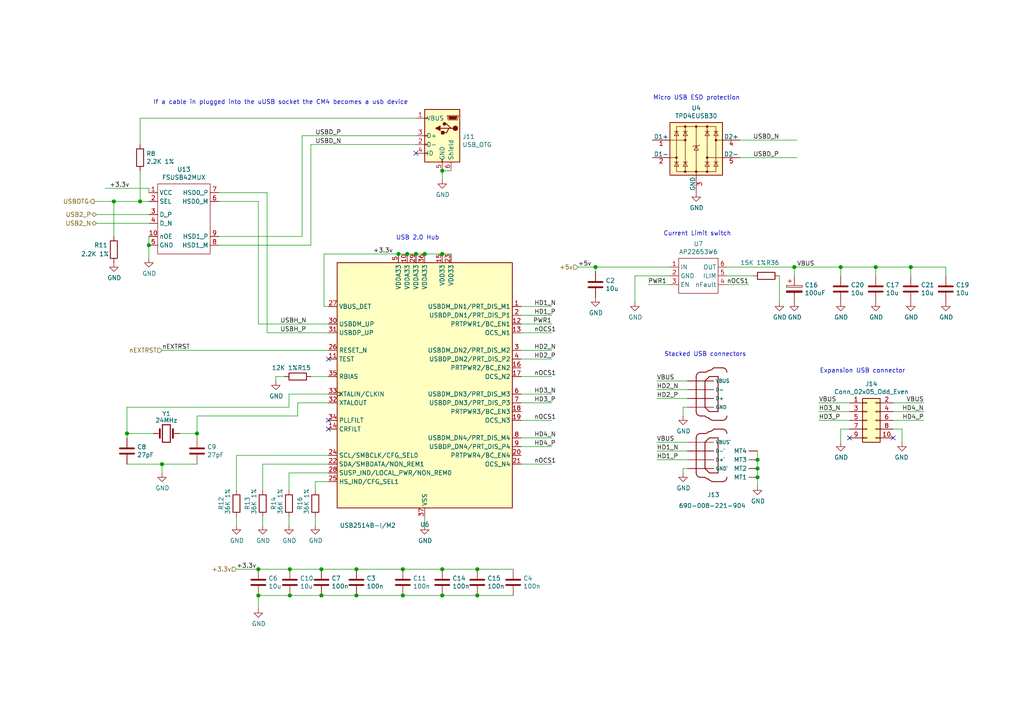
<source format=kicad_sch>
(kicad_sch (version 20211123) (generator eeschema)
  (paper "A4")
  (title_block (title "Compute Module 4 IO Board - USB") (rev "1") (company "(c) Raspberry Pi Trading 2020") (comment 1 "www.raspberrypi.org"))
  (lib_symbols
    (symbol "CM4IO:AP2553W6"
      (property "Reference" "U" (at 3.81 -6.35 0))
      (property "Value" "AP2553W6" (at -3.81 -6.35 0))
      (symbol "AP2553W6_0_0"
        (pin power_in line (at -8.89 2.54 0) (length 2.54) (name "IN") (number "1"))
        (pin power_out line (at -8.89 0 0) (length 2.54) (name "GND") (number "2"))
        (pin input line (at -8.89 -2.54 0) (length 2.54) (name "EN") (number "3"))
        (pin open_collector line (at 7.62 -2.54 180) (length 2.54) (name "nFault") (number "4"))
        (pin passive line (at 7.62 0 180) (length 2.54) (name "ILIM") (number "5"))
        (pin power_out line (at 7.62 2.54 180) (length 2.54) (name "OUT") (number "6"))
      )
    )
    (symbol "CM4IO:FSUSB42MX"
      (property "Reference" "U" (at -7.62 20.32 0))
      (property "Value" "FSUSB42MX" (at -2.54 -2.54 0))
      (symbol "FSUSB42MX_0_0"
        (pin power_in line (at 8.89 16.51 180) (length 2.54) (name "VCC") (number "1"))
        (pin input line (at 8.89 3.81 180) (length 2.54) (name "nOE") (number "10"))
        (pin input line (at 8.89 13.97 180) (length 2.54) (name "SEL") (number "2"))
        (pin bidirectional line (at 8.89 10.16 180) (length 2.54) (name "D_P") (number "3"))
        (pin bidirectional line (at 8.89 7.62 180) (length 2.54) (name "D_N") (number "4"))
        (pin power_in line (at 8.89 1.27 180) (length 2.54) (name "GND") (number "5"))
        (pin bidirectional line (at -11.43 13.97 0) (length 2.54) (name "HSD0_M") (number "6"))
        (pin bidirectional line (at -11.43 16.51 0) (length 2.54) (name "HSD0_P") (number "7"))
        (pin bidirectional line (at -11.43 1.27 0) (length 2.54) (name "HSD1_M") (number "8"))
        (pin bidirectional line (at -11.43 3.81 0) (length 2.54) (name "HSD1_P") (number "9"))
      )
    )
    (symbol "CM4IO:TPD4EUSB30" (pin_names (offset 0))
      (property "Reference" "U" (at -0.635 8.89 0))
      (property "Value" "TPD4EUSB30" (at 8.89 -10.16 0))
      (symbol "TPD4EUSB30_1_1"
        (pin passive line (at -12.7 2.54 0) (length 5.08) (name "D1+") (number "1"))
        (pin passive line (at -12.7 2.54 0) (length 5.08) hide (name "~") (number "10"))
        (pin passive line (at -12.7 -2.54 0) (length 5.08) (name "D1-") (number "2"))
        (pin power_in line (at 0 -12.7 90) (length 5.08) (name "GND") (number "3"))
        (pin passive line (at 12.7 2.54 180) (length 5.08) (name "D2+") (number "4"))
        (pin passive line (at 12.7 -2.54 180) (length 5.08) (name "D2-") (number "5"))
        (pin passive line (at 12.7 -2.54 180) (length 5.08) hide (name "~") (number "6"))
        (pin passive line (at 12.7 2.54 180) (length 5.08) hide (name "~") (number "7"))
        (pin passive line (at 0 -12.7 90) (length 5.08) hide (name "GND") (number "8"))
        (pin passive line (at -12.7 -2.54 0) (length 5.08) hide (name "~") (number "9"))
      )
    )
    (symbol "CM4IO:USB_67298-4090" (pin_numbers hide)
      (property "Reference" "J" (at -5.08 21.6408 0))
      (property "Value" "USB_67298-4090" (at -5.08 -17.8054 0))
      (symbol "USB_67298-4090_0_0"
        (pin power_in line (at -7.62 -2.54 0) (length 7.62) (name "VBUS`") (number "1"))
        (pin passive line (at -7.62 -5.08 0) (length 7.62) (name "D-`") (number "2"))
        (pin passive line (at -7.62 -7.62 0) (length 7.62) (name "D+`") (number "3"))
        (pin power_in line (at -7.62 -10.16 0) (length 7.62) (name "GND`") (number "4"))
        (pin power_in line (at -7.62 15.24 0) (length 7.62) (name "VBUS") (number "5"))
        (pin passive line (at -7.62 12.7 0) (length 7.62) (name "D-") (number "6"))
        (pin passive line (at -7.62 10.16 0) (length 7.62) (name "D+") (number "7"))
        (pin power_in line (at -7.62 7.62 0) (length 7.62) (name "GND") (number "8"))
        (pin passive line (at 12.7 -12.7 180) (length 2.54) (name "MT1") (number "MT1"))
        (pin passive line (at 12.7 -10.16 180) (length 2.54) (name "MT2") (number "MT2"))
        (pin passive line (at 12.7 -7.62 180) (length 2.54) (name "MT3") (number "MT3"))
        (pin passive line (at 12.7 -5.08 180) (length 2.54) (name "MT4") (number "MT4"))
      )
    )
    (symbol "Connector:USB_OTG"
      (property "Reference" "J" (at -5.08 11.43 0))
      (property "Value" "USB_OTG" (at -5.08 8.89 0))
      (symbol "USB_OTG_1_1"
        (pin power_in line (at 7.62 5.08 180) (length 2.54) (name "VBUS") (number "1"))
        (pin passive line (at 7.62 -2.54 180) (length 2.54) (name "D-") (number "2"))
        (pin passive line (at 7.62 0 180) (length 2.54) (name "D+") (number "3"))
        (pin passive line (at 7.62 -5.08 180) (length 2.54) (name "ID") (number "4"))
        (pin power_in line (at 0 -10.16 90) (length 2.54) (name "GND") (number "5"))
        (pin passive line (at -2.54 -10.16 90) (length 2.54) (name "Shield") (number "6"))
      )
    )
    (symbol "Connector_Generic:Conn_02x05_Odd_Even" (pin_names hide)
      (property "Reference" "J" (at 1.27 7.62 0))
      (property "Value" "Conn_02x05_Odd_Even" (at 1.27 -7.62 0))
      (symbol "Conn_02x05_Odd_Even_1_1"
        (pin passive line (at -5.08 5.08 0) (length 3.81) (name "Pin_1") (number "1"))
        (pin passive line (at 7.62 -5.08 180) (length 3.81) (name "Pin_10") (number "10"))
        (pin passive line (at 7.62 5.08 180) (length 3.81) (name "Pin_2") (number "2"))
        (pin passive line (at -5.08 2.54 0) (length 3.81) (name "Pin_3") (number "3"))
        (pin passive line (at 7.62 2.54 180) (length 3.81) (name "Pin_4") (number "4"))
        (pin passive line (at -5.08 0 0) (length 3.81) (name "Pin_5") (number "5"))
        (pin passive line (at 7.62 0 180) (length 3.81) (name "Pin_6") (number "6"))
        (pin passive line (at -5.08 -2.54 0) (length 3.81) (name "Pin_7") (number "7"))
        (pin passive line (at 7.62 -2.54 180) (length 3.81) (name "Pin_8") (number "8"))
        (pin passive line (at -5.08 -5.08 0) (length 3.81) (name "Pin_9") (number "9"))
      )
    )
    (symbol "Device:C" (pin_numbers hide) (pin_names (offset 0.254))
      (property "Reference" "C" (at 0.635 2.54 0))
      (property "Value" "C" (at 0.635 -2.54 0))
      (symbol "C_1_1"
        (pin passive line (at 0 3.81 270) (length 2.794) (name "~") (number "1"))
        (pin passive line (at 0 -3.81 90) (length 2.794) (name "~") (number "2"))
      )
    )
    (symbol "Device:CP" (pin_numbers hide) (pin_names (offset 0.254))
      (property "Reference" "C" (at 0.635 2.54 0))
      (property "Value" "CP" (at 0.635 -2.54 0))
      (symbol "CP_1_1"
        (pin passive line (at 0 3.81 270) (length 2.794) (name "~") (number "1"))
        (pin passive line (at 0 -3.81 90) (length 2.794) (name "~") (number "2"))
      )
    )
    (symbol "Device:Crystal" (pin_numbers hide) (pin_names hide)
      (property "Reference" "Y" (at 0 3.81 0))
      (property "Value" "Crystal" (at 0 -3.81 0))
      (symbol "Crystal_1_1"
        (pin passive line (at -3.81 0 0) (length 1.27) (name "1") (number "1"))
        (pin passive line (at 3.81 0 180) (length 1.27) (name "2") (number "2"))
      )
    )
    (symbol "Device:R" (pin_numbers hide) (pin_names (offset 0))
      (property "Reference" "R" (at 2.032 0 90))
      (property "Value" "R" (at 0 0 90))
      (symbol "R_1_1"
        (pin passive line (at 0 3.81 270) (length 1.27) (name "~") (number "1"))
        (pin passive line (at 0 -3.81 90) (length 1.27) (name "~") (number "2"))
      )
    )
    (symbol "Interface_USB:USB2514B_Bi"
      (property "Reference" "U" (at -17.78 40.64 0))
      (property "Value" "USB2514B_Bi" (at -20.32 38.1 0))
      (symbol "USB2514B_Bi_1_1"
        (pin bidirectional line (at 27.94 22.86 180) (length 2.54) (name "USBDM_DN1/PRT_DIS_M1") (number "1"))
        (pin power_in line (at -5.08 38.1 270) (length 2.54) (name "VDDA33") (number "10"))
        (pin input line (at -27.94 7.62 0) (length 2.54) (name "TEST") (number "11"))
        (pin bidirectional line (at 27.94 17.78 180) (length 2.54) (name "PRTPWR1/BC_EN1") (number "12"))
        (pin input line (at 27.94 15.24 180) (length 2.54) (name "OCS_N1") (number "13"))
        (pin input line (at -27.94 -12.7 0) (length 2.54) (name "CRFILT") (number "14"))
        (pin power_in line (at 5.08 38.1 270) (length 2.54) (name "VDD33") (number "15"))
        (pin bidirectional line (at 27.94 5.08 180) (length 2.54) (name "PRTPWR2/BC_EN2") (number "16"))
        (pin input line (at 27.94 2.54 180) (length 2.54) (name "OCS_N2") (number "17"))
        (pin bidirectional line (at 27.94 -7.62 180) (length 2.54) (name "PRTPWR3/BC_EN3") (number "18"))
        (pin input line (at 27.94 -10.16 180) (length 2.54) (name "OCS_N3") (number "19"))
        (pin bidirectional line (at 27.94 20.32 180) (length 2.54) (name "USBDP_DN1/PRT_DIS_P1") (number "2"))
        (pin bidirectional line (at 27.94 -20.32 180) (length 2.54) (name "PRTPWR4/BC_EN4") (number "20"))
        (pin input line (at 27.94 -22.86 180) (length 2.54) (name "OCS_N4") (number "21"))
        (pin bidirectional line (at -27.94 -22.86 0) (length 2.54) (name "SDA/SMBDATA/NON_REM1") (number "22"))
        (pin power_in line (at 7.62 38.1 270) (length 2.54) (name "VDD33") (number "23"))
        (pin bidirectional line (at -27.94 -20.32 0) (length 2.54) (name "SCL/SMBCLK/CFG_SEL0") (number "24"))
        (pin bidirectional line (at -27.94 -27.94 0) (length 2.54) (name "HS_IND/CFG_SEL1") (number "25"))
        (pin input line (at -27.94 10.16 0) (length 2.54) (name "RESET_N") (number "26"))
        (pin input line (at -27.94 22.86 0) (length 2.54) (name "VBUS_DET") (number "27"))
        (pin bidirectional line (at -27.94 -25.4 0) (length 2.54) (name "SUSP_IND/LOCAL_PWR/NON_REM0") (number "28"))
        (pin power_in line (at -2.54 38.1 270) (length 2.54) (name "VDDA33") (number "29"))
        (pin bidirectional line (at 27.94 10.16 180) (length 2.54) (name "USBDM_DN2/PRT_DIS_M2") (number "3"))
        (pin bidirectional line (at -27.94 17.78 0) (length 2.54) (name "USBDM_UP") (number "30"))
        (pin bidirectional line (at -27.94 15.24 0) (length 2.54) (name "USBDP_UP") (number "31"))
        (pin output line (at -27.94 -5.08 0) (length 2.54) (name "XTALOUT") (number "32"))
        (pin input clock (at -27.94 -2.54 0) (length 2.54) (name "XTALIN/CLKIN") (number "33"))
        (pin input line (at -27.94 -10.16 0) (length 2.54) (name "PLLFILT") (number "34"))
        (pin input line (at -27.94 2.54 0) (length 2.54) (name "RBIAS") (number "35"))
        (pin power_in line (at 0 38.1 270) (length 2.54) (name "VDDA33") (number "36"))
        (pin power_in line (at 0 -38.1 90) (length 2.54) (name "VSS") (number "37"))
        (pin bidirectional line (at 27.94 7.62 180) (length 2.54) (name "USBDP_DN2/PRT_DIS_P2") (number "4"))
        (pin power_in line (at -7.62 38.1 270) (length 2.54) (name "VDDA33") (number "5"))
        (pin bidirectional line (at 27.94 -2.54 180) (length 2.54) (name "USBDM_DN3/PRT_DIS_M3") (number "6"))
        (pin bidirectional line (at 27.94 -5.08 180) (length 2.54) (name "USBDP_DN3/PRT_DIS_P3") (number "7"))
        (pin bidirectional line (at 27.94 -15.24 180) (length 2.54) (name "USBDM_DN4/PRT_DIS_M4") (number "8"))
        (pin bidirectional line (at 27.94 -17.78 180) (length 2.54) (name "USBDP_DN4/PRT_DIS_P4") (number "9"))
      )
    )
    (symbol "power:GND" (power) (pin_names (offset 0))
      (property "Value" "GND" (at 0 -3.81 0))
      (symbol "GND_1_1"
        (pin power_in line (at 0 0 270) (length 0) hide (name "GND") (number "1"))
      )
    )
  )
  (junction (at 103.378 172.72) (diameter 1.016))
  (junction (at 128.27 172.72) (diameter 1.016))
  (junction (at 219.71 135.89) (diameter 1.016))
  (junction (at 84.074 172.72) (diameter 1.016))
  (junction (at 74.93 172.72) (diameter 1.016))
  (junction (at 172.72 77.47) (diameter 1.016))
  (junction (at 36.83 125.73) (diameter 1.016))
  (junction (at 57.15 125.73) (diameter 1.016))
  (junction (at 46.99 134.62) (diameter 1.016))
  (junction (at 128.27 165.1) (diameter 1.016))
  (junction (at 120.65 73.66) (diameter 1.016))
  (junction (at 33.02 58.42) (diameter 1.016))
  (junction (at 123.19 73.66) (diameter 1.016))
  (junction (at 103.378 165.1) (diameter 1.016))
  (junction (at 219.71 138.43) (diameter 1.016))
  (junction (at 116.84 172.72) (diameter 1.016))
  (junction (at 115.57 73.66) (diameter 1.016))
  (junction (at 138.43 172.72) (diameter 1.016))
  (junction (at 93.218 165.1) (diameter 1.016))
  (junction (at 128.27 73.66) (diameter 1.016))
  (junction (at 243.84 77.47) (diameter 1.016))
  (junction (at 74.93 165.1) (diameter 1.016))
  (junction (at 138.43 165.1) (diameter 1.016))
  (junction (at 230.378 77.47) (diameter 1.016))
  (junction (at 254 77.47) (diameter 1.016))
  (junction (at 219.71 133.35) (diameter 1.016))
  (junction (at 128.27 49.53) (diameter 1.016))
  (junction (at 40.64 58.42) (diameter 1.016))
  (junction (at 264.16 77.47) (diameter 1.016))
  (junction (at 118.11 73.66) (diameter 1.016))
  (junction (at 93.218 172.72) (diameter 1.016))
  (junction (at 116.84 165.1) (diameter 1.016))
  (junction (at 43.18 71.12) (diameter 1.016))
  (junction (at 84.074 165.1) (diameter 1.016))
  (no_connect (at 120.65 44.45))
  (no_connect (at 259.08 127))
  (no_connect (at 95.25 104.14))
  (no_connect (at 95.25 121.92))
  (no_connect (at 246.38 127))
  (no_connect (at 95.25 124.46))
  (wire (pts (xy 40.64 34.29) (xy 120.65 34.29)))
  (wire (pts (xy 93.98 73.66) (xy 115.57 73.66)))
  (wire (pts (xy 36.83 125.73) (xy 44.45 125.73)))
  (wire (pts (xy 128.27 172.72) (xy 138.43 172.72)))
  (wire (pts (xy 116.84 165.1) (xy 128.27 165.1)))
  (wire (pts (xy 63.5 68.58) (xy 87.63 68.58)))
  (wire (pts (xy 243.84 80.01) (xy 243.84 77.47)))
  (wire (pts (xy 43.18 58.42) (xy 40.64 58.42)))
  (wire (pts (xy 264.16 77.47) (xy 274.32 77.47)))
  (wire (pts (xy 63.5 71.12) (xy 90.17 71.12)))
  (wire (pts (xy 52.07 125.73) (xy 57.15 125.73)))
  (wire (pts (xy 274.32 80.01) (xy 274.32 77.47)))
  (wire (pts (xy 93.218 165.1) (xy 103.378 165.1)))
  (wire (pts (xy 83.82 149.86) (xy 83.82 152.4)))
  (wire (pts (xy 36.83 127) (xy 36.83 125.73)))
  (wire (pts (xy 199.39 135.89) (xy 198.12 135.89)))
  (wire (pts (xy 115.57 73.66) (xy 118.11 73.66)))
  (wire (pts (xy 95.25 116.84) (xy 86.36 116.84)))
  (wire (pts (xy 259.08 124.46) (xy 261.62 124.46)))
  (wire (pts (xy 151.13 134.62) (xy 160.02 134.62)))
  (wire (pts (xy 190.5 128.27) (xy 199.39 128.27)))
  (wire (pts (xy 43.18 55.88) (xy 43.18 54.61)))
  (wire (pts (xy 172.72 78.74) (xy 172.72 77.47)))
  (wire (pts (xy 33.02 58.42) (xy 33.02 68.58)))
  (wire (pts (xy 128.27 73.66) (xy 130.81 73.66)))
  (wire (pts (xy 68.58 165.1) (xy 74.93 165.1)))
  (wire (pts (xy 151.13 104.14) (xy 160.02 104.14)))
  (wire (pts (xy 198.12 135.89) (xy 198.12 137.16)))
  (wire (pts (xy 210.82 80.01) (xy 218.44 80.01)))
  (wire (pts (xy 57.15 125.73) (xy 57.15 127)))
  (wire (pts (xy 190.5 115.57) (xy 199.39 115.57)))
  (wire (pts (xy 243.84 77.47) (xy 254 77.47)))
  (wire (pts (xy 267.97 121.92) (xy 259.08 121.92)))
  (wire (pts (xy 46.99 134.62) (xy 46.99 137.16)))
  (wire (pts (xy 95.25 93.98) (xy 74.93 93.98)))
  (wire (pts (xy 30.48 54.61) (xy 43.18 54.61)))
  (wire (pts (xy 184.15 80.01) (xy 184.15 87.63)))
  (wire (pts (xy 151.13 127) (xy 160.02 127)))
  (wire (pts (xy 151.13 129.54) (xy 160.02 129.54)))
  (wire (pts (xy 151.13 114.3) (xy 160.02 114.3)))
  (wire (pts (xy 187.96 82.55) (xy 194.31 82.55)))
  (wire (pts (xy 90.17 71.12) (xy 90.17 41.91)))
  (wire (pts (xy 91.44 142.24) (xy 91.44 139.7)))
  (wire (pts (xy 83.82 114.3) (xy 95.25 114.3)))
  (wire (pts (xy 151.13 88.9) (xy 160.02 88.9)))
  (wire (pts (xy 199.39 118.11) (xy 198.12 118.11)))
  (wire (pts (xy 190.5 113.03) (xy 199.39 113.03)))
  (wire (pts (xy 219.71 130.81) (xy 219.71 133.35)))
  (wire (pts (xy 80.01 109.22) (xy 80.01 110.49)))
  (wire (pts (xy 230.378 77.47) (xy 243.84 77.47)))
  (wire (pts (xy 40.64 41.91) (xy 40.64 34.29)))
  (wire (pts (xy 68.58 142.24) (xy 68.58 132.08)))
  (wire (pts (xy 76.2 134.62) (xy 95.25 134.62)))
  (wire (pts (xy 254 77.47) (xy 264.16 77.47)))
  (wire (pts (xy 83.82 142.24) (xy 83.82 137.16)))
  (wire (pts (xy 27.305 58.42) (xy 33.02 58.42)))
  (wire (pts (xy 46.99 134.62) (xy 57.15 134.62)))
  (wire (pts (xy 43.18 68.58) (xy 43.18 71.12)))
  (wire (pts (xy 77.47 55.88) (xy 77.47 96.52)))
  (wire (pts (xy 128.27 49.53) (xy 130.81 49.53)))
  (wire (pts (xy 86.36 116.84) (xy 86.36 120.65)))
  (wire (pts (xy 261.62 124.46) (xy 261.62 128.27)))
  (wire (pts (xy 226.06 80.01) (xy 226.06 87.63)))
  (wire (pts (xy 138.43 172.72) (xy 148.844 172.72)))
  (wire (pts (xy 267.97 116.84) (xy 259.08 116.84)))
  (wire (pts (xy 167.64 77.47) (xy 172.72 77.47)))
  (wire (pts (xy 40.64 49.53) (xy 40.64 58.42)))
  (wire (pts (xy 91.44 139.7) (xy 95.25 139.7)))
  (wire (pts (xy 77.47 96.52) (xy 95.25 96.52)))
  (wire (pts (xy 68.58 132.08) (xy 95.25 132.08)))
  (wire (pts (xy 118.11 73.66) (xy 120.65 73.66)))
  (wire (pts (xy 84.074 172.72) (xy 93.218 172.72)))
  (wire (pts (xy 151.13 116.84) (xy 160.02 116.84)))
  (wire (pts (xy 82.55 109.22) (xy 80.01 109.22)))
  (wire (pts (xy 219.71 133.35) (xy 219.71 135.89)))
  (wire (pts (xy 40.64 58.42) (xy 33.02 58.42)))
  (wire (pts (xy 83.82 114.3) (xy 83.82 118.11)))
  (wire (pts (xy 151.13 101.6) (xy 160.02 101.6)))
  (wire (pts (xy 95.25 88.9) (xy 93.98 88.9)))
  (wire (pts (xy 90.17 41.91) (xy 120.65 41.91)))
  (wire (pts (xy 83.82 118.11) (xy 36.83 118.11)))
  (wire (pts (xy 219.71 135.89) (xy 219.71 138.43)))
  (wire (pts (xy 36.83 118.11) (xy 36.83 125.73)))
  (wire (pts (xy 214.63 45.72) (xy 231.14 45.72)))
  (wire (pts (xy 243.84 124.46) (xy 246.38 124.46)))
  (wire (pts (xy 198.12 118.11) (xy 198.12 120.65)))
  (wire (pts (xy 83.82 137.16) (xy 95.25 137.16)))
  (wire (pts (xy 74.93 172.72) (xy 84.074 172.72)))
  (wire (pts (xy 123.19 73.66) (xy 128.27 73.66)))
  (wire (pts (xy 151.13 93.98) (xy 160.02 93.98)))
  (wire (pts (xy 116.84 172.72) (xy 128.27 172.72)))
  (wire (pts (xy 103.378 165.1) (xy 116.84 165.1)))
  (wire (pts (xy 63.5 58.42) (xy 74.93 58.42)))
  (wire (pts (xy 128.27 52.07) (xy 128.27 49.53)))
  (wire (pts (xy 138.43 165.1) (xy 148.844 165.1)))
  (wire (pts (xy 84.074 165.1) (xy 93.218 165.1)))
  (wire (pts (xy 36.83 134.62) (xy 46.99 134.62)))
  (wire (pts (xy 230.378 77.47) (xy 230.378 80.01)))
  (wire (pts (xy 76.2 149.86) (xy 76.2 152.4)))
  (wire (pts (xy 93.98 88.9) (xy 93.98 73.66)))
  (wire (pts (xy 76.2 142.24) (xy 76.2 134.62)))
  (wire (pts (xy 63.5 55.88) (xy 77.47 55.88)))
  (wire (pts (xy 264.16 77.47) (xy 264.16 80.01)))
  (wire (pts (xy 190.5 110.49) (xy 199.39 110.49)))
  (wire (pts (xy 172.72 77.47) (xy 194.31 77.47)))
  (wire (pts (xy 27.94 62.23) (xy 43.18 62.23)))
  (wire (pts (xy 90.17 109.22) (xy 95.25 109.22)))
  (wire (pts (xy 237.49 119.38) (xy 246.38 119.38)))
  (wire (pts (xy 68.58 149.86) (xy 68.58 152.4)))
  (wire (pts (xy 87.63 68.58) (xy 87.63 39.37)))
  (wire (pts (xy 74.93 176.53) (xy 74.93 172.72)))
  (wire (pts (xy 46.99 101.6) (xy 95.25 101.6)))
  (wire (pts (xy 87.63 39.37) (xy 120.65 39.37)))
  (wire (pts (xy 123.19 149.86) (xy 123.19 152.4)))
  (wire (pts (xy 237.49 121.92) (xy 246.38 121.92)))
  (wire (pts (xy 194.31 80.01) (xy 184.15 80.01)))
  (wire (pts (xy 151.13 109.22) (xy 160.02 109.22)))
  (wire (pts (xy 219.71 138.43) (xy 219.71 140.97)))
  (wire (pts (xy 103.378 172.72) (xy 116.84 172.72)))
  (wire (pts (xy 27.94 64.77) (xy 43.18 64.77)))
  (wire (pts (xy 151.13 96.52) (xy 160.02 96.52)))
  (wire (pts (xy 190.5 130.81) (xy 199.39 130.81)))
  (wire (pts (xy 74.93 165.1) (xy 84.074 165.1)))
  (wire (pts (xy 43.18 71.12) (xy 43.18 74.93)))
  (wire (pts (xy 237.49 116.84) (xy 246.38 116.84)))
  (wire (pts (xy 210.82 77.47) (xy 230.378 77.47)))
  (wire (pts (xy 151.13 121.92) (xy 160.02 121.92)))
  (wire (pts (xy 91.44 149.86) (xy 91.44 152.4)))
  (wire (pts (xy 267.97 119.38) (xy 259.08 119.38)))
  (wire (pts (xy 243.84 124.46) (xy 243.84 128.27)))
  (wire (pts (xy 120.65 73.66) (xy 123.19 73.66)))
  (wire (pts (xy 214.63 40.64) (xy 231.14 40.64)))
  (wire (pts (xy 74.93 58.42) (xy 74.93 93.98)))
  (wire (pts (xy 151.13 91.44) (xy 160.02 91.44)))
  (wire (pts (xy 128.27 165.1) (xy 138.43 165.1)))
  (wire (pts (xy 57.15 120.65) (xy 57.15 125.73)))
  (wire (pts (xy 190.5 133.35) (xy 199.39 133.35)))
  (wire (pts (xy 93.218 172.72) (xy 103.378 172.72)))
  (wire (pts (xy 254 77.47) (xy 254 80.01)))
  (wire (pts (xy 210.82 82.55) (xy 217.17 82.55)))
  (wire (pts (xy 86.36 120.65) (xy 57.15 120.65)))
  (text "USB 2.0 Hub" (at 127.4318 69.7992 180) (effects (font (size 1.27 1.27)) (justify right bottom)))
  (text "If a cable in plugged into the uUSB socket the CM4 becomes a usb device" (at 44.45 30.48 0) (effects (font (size 1.27 1.27)) (justify left bottom)))
  (text "Current Limit switch" (at 212.09 68.58 180) (effects (font (size 1.27 1.27)) (justify right bottom)))
  (text "Micro USB ESD protection" (at 214.63 29.21 180) (effects (font (size 1.27 1.27)) (justify right bottom)))
  (text "Expansion USB connector" (at 262.6106 108.3818 180) (effects (font (size 1.27 1.27)) (justify right bottom)))
  (text "Stacked USB connectors" (at 216.4588 103.5812 180) (effects (font (size 1.27 1.27)) (justify right bottom)))
  (label "nOCS1" (at 154.94 121.92 0))
  (label "VBUS" (at 237.49 116.84 0))
  (label "HD4_N" (at 154.94 127 0))
  (label "nOCS1" (at 154.94 109.22 0))
  (label "nOCS1" (at 154.94 96.52 0))
  (label "nEXTRST" (at 46.99 101.6 0))
  (label "+3.3v" (at 68.58 165.1 0))
  (label "USBD_N" (at 91.44 41.91 0))
  (label "USBD_P" (at 91.44 39.37 0))
  (label "HD4_P" (at 267.97 121.92 180))
  (label "HD2_N" (at 190.5 113.03 0))
  (label "USBH_P" (at 81.28 96.52 0))
  (label "HD4_P" (at 154.94 129.54 0))
  (label "USBD_N" (at 218.44 40.64 0))
  (label "HD3_N" (at 154.94 114.3 0))
  (label "+3.3v" (at 31.75 54.61 0))
  (label "HD3_P" (at 154.94 116.84 0))
  (label "HD1_N" (at 190.5 130.81 0))
  (label "nOCS1" (at 210.82 82.55 0))
  (label "+5v" (at 167.64 77.47 0))
  (label "HD3_P" (at 237.49 121.92 0))
  (label "PWR1" (at 187.96 82.55 0))
  (label "HD2_P" (at 154.94 104.14 0))
  (label "USBD_P" (at 218.44 45.72 0))
  (label "HD1_N" (at 154.94 88.9 0))
  (label "HD1_P" (at 154.94 91.44 0))
  (label "PWR1" (at 160.02 93.98 180))
  (label "VBUS" (at 190.5 128.27 0))
  (label "HD2_N" (at 154.94 101.6 0))
  (label "VBUS" (at 190.5 110.49 0))
  (label "HD2_P" (at 190.5 115.57 0))
  (label "VBUS" (at 231.14 77.47 0))
  (label "nOCS1" (at 154.94 134.62 0))
  (label "HD4_N" (at 267.97 119.38 180))
  (label "VBUS" (at 267.97 116.84 180))
  (label "HD3_N" (at 237.49 119.38 0))
  (label "USBH_N" (at 81.28 93.98 0))
  (label "HD1_P" (at 190.5 133.35 0))
  (label "+3.3v" (at 108.204 73.66 0))
  (hierarchical_label "nEXTRST" (shape input) (at 46.99 101.6 180))
  (hierarchical_label "+5v" (shape input) (at 167.64 77.47 180))
  (hierarchical_label "+3.3v" (shape input) (at 68.58 165.1 180))
  (hierarchical_label "USB2_P" (shape bidirectional) (at 27.94 62.23 180))
  (hierarchical_label "USB2_N" (shape bidirectional) (at 27.94 64.77 180))
  (hierarchical_label "USBOTG" (shape output) (at 27.305 58.42 180))
  (symbol (lib_id "CM4IO:USB_67298-4090") (at 207.01 125.73 0) (unit 1)
    (property "Reference" "J13" (at 205.105 143.51 0) (effects (justify left)))
    (property "Value" "690-008-221-904" (at 196.85 146.685 0) (effects (justify left)))
    (property "Footprint" "CM4IO:MOLEX_USB_67298-4090" (effects hide))
    (property "Datasheet" "https://www.molex.com/pdm_docs/sd/672984090_sd.pdf" (effects hide))
    (property "Field4" "Farnell" (effects hide))
    (property "Field5" "	2751688" (effects hide))
    (property "Field6" "690-008-221-904" (effects hide))
    (property "Field7" "EDAC" (effects hide))
    (property "Field8" "UCON00727" (effects hide))
    (property "Part Description" "USB-A (USB TYPE-A), Stacked Receptacle Connector 8 Position Through Hole, Right Angle" (effects hide))
  )
  (symbol (lib_id "power:GND") (at 243.84 128.27 0) (unit 1)
    (property "Reference" "#PWR025" (effects hide))
    (property "Value" "GND" (at 243.967 132.6642 0))
  )
  (symbol (lib_id "power:GND") (at 261.62 128.27 0) (mirror y) (unit 1)
    (property "Reference" "#PWR026" (effects hide))
    (property "Value" "GND" (at 261.493 132.6642 0))
  )
  (symbol (lib_id "Connector_Generic:Conn_02x05_Odd_Even") (at 251.46 121.92 0) (unit 1)
    (property "Reference" "J14" (at 252.73 111.3282 0))
    (property "Value" "Conn_02x05_Odd_Even" (at 252.73 113.6396 0))
    (property "Footprint" "Connector_PinHeader_2.54mm:PinHeader_2x05_P2.54mm_Vertical" (effects hide))
    (property "Datasheet" "https://www.toby.co.uk/uploads/publications/1673.pdf" (effects hide))
    (property "Field4" "Toby" (effects hide))
    (property "Field5" "THD-05-R" (effects hide))
    (property "Field6" "THD-05-R" (effects hide))
    (property "Field7" "Toby" (effects hide))
    (property "Part Description" "PinHeader_2x05_P2.54mm_Vertical" (effects hide))
  )
  (symbol (lib_id "Connector:USB_OTG") (at 128.27 39.37 0) (mirror y) (unit 1)
    (property "Reference" "J11" (at 134.112 39.6494 0) (effects (justify right)))
    (property "Value" "USB_OTG" (at 134.112 41.9608 0) (effects (justify right)))
    (property "Footprint" "CM4IO:USB_Micro-B_EDAC_UCON00686" (effects hide))
    (property "Datasheet" "https://cdn.amphenol-icc.com/media/wysiwyg/files/documentation/datasheet/inputoutput/io_usb_micro.pd" (effects hide))
    (property "Field4" "Digikey" (effects hide))
    (property "Field5" "609-4050-2-ND" (effects hide))
    (property "Field6" "690-005-298-486" (effects hide))
    (property "Field7" "EDAC" (effects hide))
    (property "Part Description" "USB - micro B USB 2.0 Receptacle Connector 5 Position Surface Mount, Right Angle; Through Hole" (effects hide))
    (property "Field8" "UCON00686" (effects hide))
  )
  (symbol (lib_id "Device:R") (at 40.64 45.72 0) (unit 1)
    (property "Reference" "R8" (at 42.418 44.5516 0) (effects (justify left)))
    (property "Value" "2.2K 1%" (at 42.418 46.863 0) (effects (justify left)))
    (property "Footprint" "Resistor_SMD:R_0402_1005Metric" (effects hide))
    (property "Datasheet" "https://fscdn.rohm.com/en/products/databook/datasheet/passive/resistor/chip_resistor/mcr-e.pdf" (effects hide))
    (property "Field4" "Farnell" (effects hide))
    (property "Field5" "9239278" (effects hide))
    (property "Field7" "KOA EUROPE GMBH" (effects hide))
    (property "Field6" "RK73G1ETQTP2201D         " (effects hide))
    (property "Part Description" "Resistor 2.2K M1005 1% 63mW" (effects hide))
    (property "Field8" "120889581" (effects hide))
  )
  (symbol (lib_id "power:GND") (at 172.72 86.36 0) (unit 1)
    (property "Reference" "#PWR017" (effects hide))
    (property "Value" "GND" (at 172.847 90.7542 0))
  )
  (symbol (lib_id "Device:C") (at 243.84 83.82 0) (unit 1)
    (property "Reference" "C20" (at 246.761 82.6516 0) (effects (justify left)))
    (property "Value" "10u" (at 246.761 84.963 0) (effects (justify left)))
    (property "Footprint" "Capacitor_SMD:C_0805_2012Metric" (effects hide))
    (property "Datasheet" "https://search.murata.co.jp/Ceramy/image/img/A01X/G101/ENG/GRM21BR71A106KA73-01.pdf" (effects hide))
    (property "Field5" "490-14381-1-ND" (effects hide))
    (property "Field4" "Digikey" (effects hide))
    (property "Field6" "GRM21BR71A106KA73L" (effects hide))
    (property "Field7" "Murata" (effects hide))
    (property "Part Description" "	10uF 10% 10V Ceramic Capacitor X7R 0805 (2012 Metric)" (effects hide))
    (property "Field8" "111893011" (effects hide))
  )
  (symbol (lib_id "power:GND") (at 243.84 87.63 0) (unit 1)
    (property "Reference" "#PWR021" (effects hide))
    (property "Value" "GND" (at 243.967 92.0242 0))
  )
  (symbol (lib_id "Device:C") (at 254 83.82 0) (unit 1)
    (property "Reference" "C17" (at 256.921 82.6516 0) (effects (justify left)))
    (property "Value" "10u" (at 256.921 84.963 0) (effects (justify left)))
    (property "Footprint" "Capacitor_SMD:C_0805_2012Metric" (effects hide))
    (property "Datasheet" "https://search.murata.co.jp/Ceramy/image/img/A01X/G101/ENG/GRM21BR71A106KA73-01.pdf" (effects hide))
    (property "Field5" "490-14381-1-ND" (effects hide))
    (property "Field4" "Digikey" (effects hide))
    (property "Field6" "GRM21BR71A106KA73L" (effects hide))
    (property "Field7" "Murata" (effects hide))
    (property "Part Description" "	10uF 10% 10V Ceramic Capacitor X7R 0805 (2012 Metric)" (effects hide))
    (property "Field8" "111893011" (effects hide))
  )
  (symbol (lib_id "power:GND") (at 254 87.63 0) (unit 1)
    (property "Reference" "#PWR018" (effects hide))
    (property "Value" "GND" (at 254.127 92.0242 0))
  )
  (symbol (lib_id "Device:C") (at 264.16 83.82 0) (unit 1)
    (property "Reference" "C21" (at 267.081 82.6516 0) (effects (justify left)))
    (property "Value" "10u" (at 267.081 84.963 0) (effects (justify left)))
    (property "Footprint" "Capacitor_SMD:C_0805_2012Metric" (effects hide))
    (property "Datasheet" "https://search.murata.co.jp/Ceramy/image/img/A01X/G101/ENG/GRM21BR71A106KA73-01.pdf" (effects hide))
    (property "Field5" "490-14381-1-ND" (effects hide))
    (property "Field4" "Digikey" (effects hide))
    (property "Field6" "GRM21BR71A106KA73L" (effects hide))
    (property "Field7" "Murata" (effects hide))
    (property "Part Description" "	10uF 10% 10V Ceramic Capacitor X7R 0805 (2012 Metric)" (effects hide))
    (property "Field8" "111893011" (effects hide))
  )
  (symbol (lib_id "Device:C") (at 274.32 83.82 0) (unit 1)
    (property "Reference" "C19" (at 277.241 82.6516 0) (effects (justify left)))
    (property "Value" "10u" (at 277.241 84.963 0) (effects (justify left)))
    (property "Footprint" "Capacitor_SMD:C_0805_2012Metric" (effects hide))
    (property "Datasheet" "https://search.murata.co.jp/Ceramy/image/img/A01X/G101/ENG/GRM21BR71A106KA73-01.pdf" (effects hide))
    (property "Field5" "490-14381-1-ND" (effects hide))
    (property "Field4" "Digikey" (effects hide))
    (property "Field6" "GRM21BR71A106KA73L" (effects hide))
    (property "Field7" "Murata" (effects hide))
    (property "Part Description" "	10uF 10% 10V Ceramic Capacitor X7R 0805 (2012 Metric)" (effects hide))
    (property "Field8" "111893011" (effects hide))
  )
  (symbol (lib_id "power:GND") (at 198.12 120.65 0) (unit 1)
    (property "Reference" "#PWR023" (effects hide))
    (property "Value" "GND" (at 198.247 125.0442 0))
  )
  (symbol (lib_id "power:GND") (at 198.12 137.16 0) (unit 1)
    (property "Reference" "#PWR024" (effects hide))
    (property "Value" "GND" (at 198.247 141.5542 0))
  )
  (symbol (lib_id "Device:R") (at 33.02 72.39 0) (unit 1)
    (property "Reference" "R11" (at 27.305 71.12 0) (effects (justify left)))
    (property "Value" "2.2K 1%" (at 23.495 73.66 0) (effects (justify left)))
    (property "Footprint" "Resistor_SMD:R_0402_1005Metric" (effects hide))
    (property "Datasheet" "https://fscdn.rohm.com/en/products/databook/datasheet/passive/resistor/chip_resistor/mcr-e.pdf" (effects hide))
    (property "Field4" "Farnell" (effects hide))
    (property "Field5" "9239278" (effects hide))
    (property "Field7" "KOA EUROPE GMBH" (effects hide))
    (property "Field6" "RK73G1ETQTP2201D         " (effects hide))
    (property "Part Description" "Resistor 2.2K M1005 1% 63mW" (effects hide))
    (property "Field8" "120889581" (effects hide))
  )
  (symbol (lib_id "CM4IO:AP2553W6") (at 203.2 80.01 0) (unit 1)
    (property "Reference" "U7" (at 202.565 70.739 0))
    (property "Value" "AP22653W6" (at 202.565 73.0504 0))
    (property "Footprint" "Package_TO_SOT_SMD:SOT-23-6" (effects hide))
    (property "Datasheet" "https://www.diodes.com/assets/Datasheets/AP255x.pdf" (effects hide))
    (property "Field4" "Digikey" (effects hide))
    (property "Field5" "	31-AP22653W6-7CT-ND" (effects hide))
    (property "Field6" "AP22653W6" (effects hide))
    (property "Field7" "Diodes" (effects hide))
    (property "Part Description" "	Power Switch/Driver 1:1 P-Channel 2.1A SOT-23-6" (effects hide))
  )
  (symbol (lib_id "Interface_USB:USB2514B_Bi") (at 123.19 111.76 0) (unit 1)
    (property "Reference" "U6" (at 123.19 152.1206 0))
    (property "Value" "USB2514B-I/M2" (at 106.68 152.4 0))
    (property "Footprint" "Package_DFN_QFN:QFN-36-1EP_6x6mm_P0.5mm_EP3.7x3.7mm" (effects hide))
    (property "Datasheet" "http://ww1.microchip.com/downloads/en/DeviceDoc/00001692C.pdf" (effects hide))
    (property "Field4" "Farnell" (effects hide))
    (property "Field5" "2775060" (effects hide))
    (property "Field6" "USB2514B-I/M2" (effects hide))
    (property "Field7" "Microchip" (effects hide))
    (property "Part Description" "	USB Hub Controller USB Interface 36-SQFN (6x6)" (effects hide))
    (property "Field8" "UICC00931" (effects hide))
  )
  (symbol (lib_id "power:GND") (at 80.01 110.49 0) (unit 1)
    (property "Reference" "#PWR010" (effects hide))
    (property "Value" "GND" (at 80.137 114.8842 0))
  )
  (symbol (lib_id "power:GND") (at 184.15 87.63 0) (unit 1)
    (property "Reference" "#PWR014" (effects hide))
    (property "Value" "GND" (at 184.277 92.0242 0))
  )
  (symbol (lib_id "Device:R") (at 83.82 146.05 0) (unit 1)
    (property "Reference" "R14" (at 79.375 147.955 90) (effects (justify left)))
    (property "Value" "36K 1%" (at 81.28 149.225 90) (effects (justify left)))
    (property "Footprint" "Resistor_SMD:R_0402_1005Metric" (effects hide))
    (property "Datasheet" "https://fscdn.rohm.com/en/products/databook/datasheet/passive/resistor/chip_resistor/mcr-e.pdf" (effects hide))
    (property "Field4" "Farnell" (effects hide))
    (property "Field5" "1458788" (effects hide))
    (property "Field7" "Rohm" (effects hide))
    (property "Field6" "MCR01MZPF3602" (effects hide))
    (property "Part Description" "Resistor 36K M1005 1% 63mW" (effects hide))
  )
  (symbol (lib_id "Device:R") (at 76.2 146.05 0) (unit 1)
    (property "Reference" "R13" (at 71.755 147.955 90) (effects (justify left)))
    (property "Value" "36K 1%" (at 73.66 149.225 90) (effects (justify left)))
    (property "Footprint" "Resistor_SMD:R_0402_1005Metric" (effects hide))
    (property "Datasheet" "https://fscdn.rohm.com/en/products/databook/datasheet/passive/resistor/chip_resistor/mcr-e.pdf" (effects hide))
    (property "Field4" "Farnell" (effects hide))
    (property "Field5" "1458788" (effects hide))
    (property "Field7" "Rohm" (effects hide))
    (property "Field6" "MCR01MZPF3602" (effects hide))
    (property "Part Description" "Resistor 36K M1005 1% 63mW" (effects hide))
  )
  (symbol (lib_id "Device:R") (at 68.58 146.05 0) (unit 1)
    (property "Reference" "R12" (at 64.135 147.955 90) (effects (justify left)))
    (property "Value" "36K 1%" (at 66.04 149.225 90) (effects (justify left)))
    (property "Footprint" "Resistor_SMD:R_0402_1005Metric" (effects hide))
    (property "Datasheet" "https://fscdn.rohm.com/en/products/databook/datasheet/passive/resistor/chip_resistor/mcr-e.pdf" (effects hide))
    (property "Field4" "Farnell" (effects hide))
    (property "Field5" "1458788" (effects hide))
    (property "Field7" "Rohm" (effects hide))
    (property "Field6" "MCR01MZPF3602" (effects hide))
    (property "Part Description" "Resistor 36K M1005 1% 63mW" (effects hide))
  )
  (symbol (lib_id "power:GND") (at 68.58 152.4 0) (unit 1)
    (property "Reference" "#PWR08" (effects hide))
    (property "Value" "GND" (at 68.707 156.7942 0))
  )
  (symbol (lib_id "power:GND") (at 76.2 152.4 0) (unit 1)
    (property "Reference" "#PWR09" (effects hide))
    (property "Value" "GND" (at 76.327 156.7942 0))
  )
  (symbol (lib_id "power:GND") (at 83.82 152.4 0) (unit 1)
    (property "Reference" "#PWR011" (effects hide))
    (property "Value" "GND" (at 83.947 156.7942 0))
  )
  (symbol (lib_id "power:GND") (at 91.44 152.4 0) (unit 1)
    (property "Reference" "#PWR012" (effects hide))
    (property "Value" "GND" (at 91.567 156.7942 0))
  )
  (symbol (lib_id "Device:R") (at 222.25 80.01 90) (unit 1)
    (property "Reference" "R36" (at 226.06 76.2 90) (effects (justify left)))
    (property "Value" "15K 1%" (at 222.25 76.2 90) (effects (justify left)))
    (property "Footprint" "Resistor_SMD:R_0402_1005Metric" (effects hide))
    (property "Datasheet" "https://fscdn.rohm.com/en/products/databook/datasheet/passive/resistor/chip_resistor/mcr-e.pdf" (effects hide))
    (property "Field4" "Farnell" (effects hide))
    (property "Field5" "9239375" (effects hide))
    (property "Field6" "MCR01MZPF1502" (effects hide))
    (property "Field7" "Rohm" (effects hide))
    (property "Part Description" "Resistor 15K M1005 1% 63mW" (effects hide))
    (property "Field8" "120891581" (effects hide))
  )
  (symbol (lib_id "power:GND") (at 226.06 87.63 0) (unit 1)
    (property "Reference" "#PWR019" (effects hide))
    (property "Value" "GND" (at 226.187 92.0242 0))
  )
  (symbol (lib_id "power:GND") (at 264.16 87.63 0) (unit 1)
    (property "Reference" "#PWR049" (effects hide))
    (property "Value" "GND" (at 264.287 92.0242 0))
  )
  (symbol (lib_id "power:GND") (at 274.32 87.63 0) (unit 1)
    (property "Reference" "#PWR050" (effects hide))
    (property "Value" "GND" (at 274.447 92.0242 0))
  )
  (symbol (lib_id "power:GND") (at 219.71 140.97 0) (unit 1)
    (property "Reference" "#PWR0114" (effects hide))
    (property "Value" "GND" (at 219.837 145.3642 0))
  )
  (symbol (lib_id "power:GND") (at 128.27 52.07 0) (unit 1)
    (property "Reference" "#PWR013" (effects hide))
    (property "Value" "GND" (at 128.397 56.4642 0))
  )
  (symbol (lib_id "CM4IO:FSUSB42MX") (at 52.07 72.39 0) (mirror y) (unit 1)
    (property "Reference" "U13" (at 53.34 49.149 0))
    (property "Value" "FSUSB42MUX" (at 53.34 51.4604 0))
    (property "Footprint" "Package_SO:MSOP-10_3x3mm_P0.5mm" (effects hide))
    (property "Datasheet" "https://www.onsemi.com/pub/Collateral/FSUSB42-D.PDF" (effects hide))
    (property "Field4" "Farnell" (effects hide))
    (property "Field5" "2564479" (effects hide))
    (property "Field6" "FSUSB42MUX" (effects hide))
    (property "Field7" "Onsemi" (effects hide))
    (property "Part Description" "USB Switch IC 1 Channel 10-MSOP" (effects hide))
  )
  (symbol (lib_id "power:GND") (at 123.19 152.4 0) (unit 1)
    (property "Reference" "#PWR0142" (effects hide))
    (property "Value" "GND" (at 123.317 156.7942 0))
  )
  (symbol (lib_id "power:GND") (at 43.18 74.93 0) (unit 1)
    (property "Reference" "#PWR0143" (effects hide))
    (property "Value" "GND" (at 43.307 79.3242 0))
  )
  (symbol (lib_id "power:GND") (at 33.02 76.2 0) (unit 1)
    (property "Reference" "#PWR0144" (effects hide))
    (property "Value" "GND" (at 33.147 80.5942 0))
  )
  (symbol (lib_id "Device:R") (at 86.36 109.22 90) (unit 1)
    (property "Reference" "R15" (at 90.17 106.68 90) (effects (justify left)))
    (property "Value" "12K 1%" (at 86.36 106.68 90) (effects (justify left)))
    (property "Footprint" "Resistor_SMD:R_0402_1005Metric" (effects hide))
    (property "Datasheet" "https://fscdn.rohm.com/en/products/databook/datasheet/passive/resistor/chip_resistor/mcr-e.pdf" (effects hide))
    (property "Field4" "Farnell" (effects hide))
    (property "Field5" "9239367" (effects hide))
    (property "Field7" "Rohm" (effects hide))
    (property "Field6" "MCR01MZPF1202" (effects hide))
    (property "Part Description" "Resistor 12K M1005 1% 63mW" (effects hide))
  )
  (symbol (lib_id "Device:R") (at 91.44 146.05 0) (unit 1)
    (property "Reference" "R16" (at 86.995 147.955 90) (effects (justify left)))
    (property "Value" "36K 1%" (at 88.9 149.225 90) (effects (justify left)))
    (property "Footprint" "Resistor_SMD:R_0402_1005Metric" (effects hide))
    (property "Datasheet" "https://fscdn.rohm.com/en/products/databook/datasheet/passive/resistor/chip_resistor/mcr-e.pdf" (effects hide))
    (property "Field4" "Farnell" (effects hide))
    (property "Field5" "1458788" (effects hide))
    (property "Field7" "Rohm" (effects hide))
    (property "Field6" "MCR01MZPF3602" (effects hide))
    (property "Part Description" "Resistor 36K M1005 1% 63mW" (effects hide))
  )
  (symbol (lib_id "Device:C") (at 116.84 168.91 0) (unit 1)
    (property "Reference" "C11" (at 119.761 167.7416 0) (effects (justify left)))
    (property "Value" "100n" (at 119.761 170.053 0) (effects (justify left)))
    (property "Footprint" "Capacitor_SMD:C_0402_1005Metric" (effects hide))
    (property "Datasheet" "https://search.murata.co.jp/Ceramy/image/img/A01X/G101/ENG/GRM155R71C104KA88-01.pdf" (effects hide))
    (property "Field4" "Farnell" (effects hide))
    (property "Field5" "2611911" (effects hide))
    (property "Field6" "RM EMK105 B7104KV-F" (effects hide))
    (property "Field7" "TAIYO YUDEN EUROPE GMBH" (effects hide))
    (property "Part Description" "	0.1uF 10% 16V Ceramic Capacitor X7R 0402 (1005 Metric)" (effects hide))
    (property "Field8" "110091611" (effects hide))
  )
  (symbol (lib_id "Device:C") (at 128.27 168.91 0) (unit 1)
    (property "Reference" "C14" (at 131.191 167.7416 0) (effects (justify left)))
    (property "Value" "100n" (at 131.191 170.053 0) (effects (justify left)))
    (property "Footprint" "Capacitor_SMD:C_0402_1005Metric" (effects hide))
    (property "Datasheet" "https://search.murata.co.jp/Ceramy/image/img/A01X/G101/ENG/GRM155R71C104KA88-01.pdf" (effects hide))
    (property "Field4" "Farnell" (effects hide))
    (property "Field5" "2611911" (effects hide))
    (property "Field6" "RM EMK105 B7104KV-F" (effects hide))
    (property "Field7" "TAIYO YUDEN EUROPE GMBH" (effects hide))
    (property "Part Description" "	0.1uF 10% 16V Ceramic Capacitor X7R 0402 (1005 Metric)" (effects hide))
    (property "Field8" "110091611" (effects hide))
  )
  (symbol (lib_id "Device:C") (at 138.43 168.91 0) (unit 1)
    (property "Reference" "C15" (at 141.351 167.7416 0) (effects (justify left)))
    (property "Value" "100n" (at 141.351 170.053 0) (effects (justify left)))
    (property "Footprint" "Capacitor_SMD:C_0402_1005Metric" (effects hide))
    (property "Datasheet" "https://search.murata.co.jp/Ceramy/image/img/A01X/G101/ENG/GRM155R71C104KA88-01.pdf" (effects hide))
    (property "Field4" "Farnell" (effects hide))
    (property "Field5" "2611911" (effects hide))
    (property "Field6" "RM EMK105 B7104KV-F" (effects hide))
    (property "Field7" "TAIYO YUDEN EUROPE GMBH" (effects hide))
    (property "Part Description" "	0.1uF 10% 16V Ceramic Capacitor X7R 0402 (1005 Metric)" (effects hide))
    (property "Field8" "110091611" (effects hide))
  )
  (symbol (lib_id "Device:C") (at 93.218 168.91 0) (unit 1)
    (property "Reference" "C7" (at 96.139 167.7416 0) (effects (justify left)))
    (property "Value" "100n" (at 96.139 170.053 0) (effects (justify left)))
    (property "Footprint" "Capacitor_SMD:C_0402_1005Metric" (effects hide))
    (property "Datasheet" "https://search.murata.co.jp/Ceramy/image/img/A01X/G101/ENG/GRM155R71C104KA88-01.pdf" (effects hide))
    (property "Field4" "Farnell" (effects hide))
    (property "Field5" "2611911" (effects hide))
    (property "Field6" "RM EMK105 B7104KV-F" (effects hide))
    (property "Field7" "TAIYO YUDEN EUROPE GMBH" (effects hide))
    (property "Part Description" "	0.1uF 10% 16V Ceramic Capacitor X7R 0402 (1005 Metric)" (effects hide))
    (property "Field8" "110091611" (effects hide))
  )
  (symbol (lib_id "power:GND") (at 74.93 176.53 0) (unit 1)
    (property "Reference" "#PWR06" (effects hide))
    (property "Value" "GND" (at 75.057 180.9242 0))
  )
  (symbol (lib_id "Device:C") (at 74.93 168.91 0) (unit 1)
    (property "Reference" "C6" (at 77.851 167.7416 0) (effects (justify left)))
    (property "Value" "10u" (at 77.851 170.053 0) (effects (justify left)))
    (property "Footprint" "Capacitor_SMD:C_0805_2012Metric" (effects hide))
    (property "Datasheet" "https://search.murata.co.jp/Ceramy/image/img/A01X/G101/ENG/GRM21BR71A106KA73-01.pdf" (effects hide))
    (property "Field5" "490-14381-1-ND" (effects hide))
    (property "Field4" "Digikey" (effects hide))
    (property "Field6" "GRM21BR71A106KA73L" (effects hide))
    (property "Field7" "Murata" (effects hide))
    (property "Part Description" "	10uF 10% 10V Ceramic Capacitor X7R 0805 (2012 Metric)" (effects hide))
    (property "Field8" "111893011" (effects hide))
  )
  (symbol (lib_id "Device:C") (at 84.074 168.91 0) (unit 1)
    (property "Reference" "C10" (at 86.995 167.7416 0) (effects (justify left)))
    (property "Value" "10u" (at 86.995 170.053 0) (effects (justify left)))
    (property "Footprint" "Capacitor_SMD:C_0805_2012Metric" (effects hide))
    (property "Datasheet" "https://search.murata.co.jp/Ceramy/image/img/A01X/G101/ENG/GRM21BR71A106KA73-01.pdf" (effects hide))
    (property "Field5" "490-14381-1-ND" (effects hide))
    (property "Field4" "Digikey" (effects hide))
    (property "Field6" "GRM21BR71A106KA73L" (effects hide))
    (property "Field7" "Murata" (effects hide))
    (property "Part Description" "	10uF 10% 10V Ceramic Capacitor X7R 0805 (2012 Metric)" (effects hide))
    (property "Field8" "111893011" (effects hide))
  )
  (symbol (lib_id "Device:Crystal") (at 48.26 125.73 0) (unit 1)
    (property "Reference" "Y1" (at 48.26 120.015 0))
    (property "Value" "24MHz" (at 48.26 121.92 0))
    (property "Footprint" "Crystal:Crystal_SMD_HC49-SD" (effects hide))
    (property "Field4" "Farnell" (effects hide))
    (property "Field5" "2508493" (effects hide))
    (property "Field7" "AEL" (effects hide))
    (property "Field6" "X24M000000S128" (effects hide))
    (property "Part Description" "24MHz Crystal 18pf 30ppm 30ppm" (effects hide))
  )
  (symbol (lib_id "Device:C") (at 36.83 130.81 0) (unit 1)
    (property "Reference" "C8" (at 39.751 129.6416 0) (effects (justify left)))
    (property "Value" "27pF" (at 39.751 131.953 0) (effects (justify left)))
    (property "Footprint" "Capacitor_SMD:C_0402_1005Metric" (effects hide))
    (property "Datasheet" "https://search.murata.co.jp/Ceramy/image/img/A01X/G101/ENG/GJM1555C1H270JB01-01.pdf" (effects hide))
    (property "Field8" "UCAP00738 " (effects hide))
    (property "Field5" "490-17672-1-ND" (effects hide))
    (property "Field6" "GJM1555C1H270JB01D" (effects hide))
    (property "Field7" "Murata" (effects hide))
    (property "Part Description" "	27pF 5% 50V Ceramic Capacitor C0G, NP0 0402 (1005 Metric)" (effects hide))
    (property "Field4" "Digikey" (effects hide))
  )
  (symbol (lib_id "Device:C") (at 57.15 130.81 0) (unit 1)
    (property "Reference" "C9" (at 60.071 129.6416 0) (effects (justify left)))
    (property "Value" "27pF" (at 60.071 131.953 0) (effects (justify left)))
    (property "Footprint" "Capacitor_SMD:C_0402_1005Metric" (effects hide))
    (property "Datasheet" "https://search.murata.co.jp/Ceramy/image/img/A01X/G101/ENG/GJM1555C1H270JB01-01.pdf" (effects hide))
    (property "Field8" "UCAP00738 " (effects hide))
    (property "Field5" "490-17672-1-ND" (effects hide))
    (property "Field6" "GJM1555C1H270JB01D" (effects hide))
    (property "Field7" "Murata" (effects hide))
    (property "Part Description" "	27pF 5% 50V Ceramic Capacitor C0G, NP0 0402 (1005 Metric)" (effects hide))
    (property "Field4" "Digikey" (effects hide))
  )
  (symbol (lib_id "power:GND") (at 46.99 137.16 0) (unit 1)
    (property "Reference" "#PWR07" (effects hide))
    (property "Value" "GND" (at 47.117 141.5542 0))
  )
  (symbol (lib_id "power:GND") (at 201.93 55.88 0) (unit 1)
    (property "Reference" "#PWR0123" (effects hide))
    (property "Value" "GND" (at 202.057 60.2742 0))
  )
  (symbol (lib_id "power:GND") (at 230.378 87.63 0) (unit 1)
    (property "Reference" "#PWR01" (effects hide))
    (property "Value" "GND" (at 230.505 92.0242 0))
  )
  (symbol (lib_id "Device:C") (at 103.378 168.91 0) (unit 1)
    (property "Reference" "C3" (at 106.299 167.7416 0) (effects (justify left)))
    (property "Value" "100n" (at 106.299 170.053 0) (effects (justify left)))
    (property "Footprint" "Capacitor_SMD:C_0402_1005Metric" (effects hide))
    (property "Datasheet" "https://search.murata.co.jp/Ceramy/image/img/A01X/G101/ENG/GRM155R71C104KA88-01.pdf" (effects hide))
    (property "Field4" "Farnell" (effects hide))
    (property "Field5" "2611911" (effects hide))
    (property "Field6" "RM EMK105 B7104KV-F" (effects hide))
    (property "Field7" "TAIYO YUDEN EUROPE GMBH" (effects hide))
    (property "Part Description" "	0.1uF 10% 16V Ceramic Capacitor X7R 0402 (1005 Metric)" (effects hide))
    (property "Field8" "110091611" (effects hide))
  )
  (symbol (lib_id "Device:C") (at 148.844 168.91 0) (unit 1)
    (property "Reference" "C4" (at 151.765 167.7416 0) (effects (justify left)))
    (property "Value" "100n" (at 151.765 170.053 0) (effects (justify left)))
    (property "Footprint" "Capacitor_SMD:C_0402_1005Metric" (effects hide))
    (property "Datasheet" "https://search.murata.co.jp/Ceramy/image/img/A01X/G101/ENG/GRM155R71C104KA88-01.pdf" (effects hide))
    (property "Field4" "Farnell" (effects hide))
    (property "Field5" "2611911" (effects hide))
    (property "Field6" "RM EMK105 B7104KV-F" (effects hide))
    (property "Field7" "TAIYO YUDEN EUROPE GMBH" (effects hide))
    (property "Part Description" "	0.1uF 10% 16V Ceramic Capacitor X7R 0402 (1005 Metric)" (effects hide))
    (property "Field8" "110091611" (effects hide))
  )
  (symbol (lib_id "Device:C") (at 172.72 82.55 0) (unit 1)
    (property "Reference" "C2" (at 175.641 81.3816 0) (effects (justify left)))
    (property "Value" "10u" (at 175.641 83.693 0) (effects (justify left)))
    (property "Footprint" "Capacitor_SMD:C_0805_2012Metric" (effects hide))
    (property "Datasheet" "https://search.murata.co.jp/Ceramy/image/img/A01X/G101/ENG/GRM21BR71A106KA73-01.pdf" (effects hide))
    (property "Field5" "490-14381-1-ND" (effects hide))
    (property "Field4" "Digikey" (effects hide))
    (property "Field6" "GRM21BR71A106KA73L" (effects hide))
    (property "Field7" "Murata" (effects hide))
    (property "Part Description" "	10uF 10% 10V Ceramic Capacitor X7R 0805 (2012 Metric)" (effects hide))
    (property "Field8" "111893011" (effects hide))
  )
  (symbol (lib_id "CM4IO:TPD4EUSB30") (at 201.93 43.18 0) (unit 1)
    (property "Reference" "U4" (at 201.93 31.3182 0))
    (property "Value" "TPD4EUSB30" (at 201.93 33.6296 0))
    (property "Footprint" "Package_SON:USON-10_2.5x1.0mm_P0.5mm" (effects hide))
    (property "Datasheet" "http://www.ti.com/lit/ds/symlink/tpd2eusb30a.pdf" (effects hide))
    (property "Field4" "Farnell" (effects hide))
    (property "Field5" "2335455" (effects hide))
    (property "Field6" "CDDFN10-3324P-13" (effects hide))
    (property "Field7" "Bourns" (effects hide))
    (property "Field8" "UDIO00346" (effects hide))
    (property "Part Description" "Quad TVS diode for high speed signals (USB3, GigE etc.)" (effects hide))
  )
  (symbol (lib_id "Device:CP") (at 230.378 83.82 0) (unit 1)
    (property "Reference" "C16" (at 233.3752 82.677 0) (effects (justify left)))
    (property "Value" "100uF" (at 233.3752 84.963 0) (effects (justify left)))
    (property "Footprint" "Capacitor_Tantalum_SMD:CP_EIA-7343-31_Kemet-D" (effects hide))
    (property "Field4" "Mouser" (effects hide))
    (property "Field5" "667-EEF-CX0J101R" (effects hide))
    (property "Part Description" "Capacitor, SP-Cap, 100u, 6.3V, 15mR ESR" (effects hide))
  )
)
</source>
